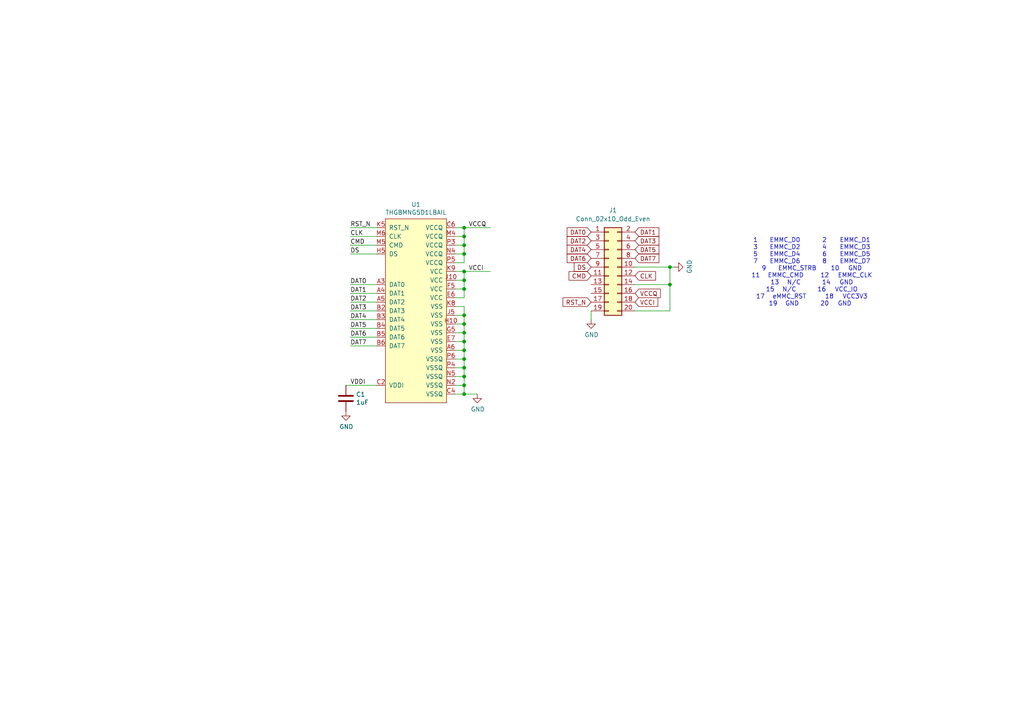
<source format=kicad_sch>
(kicad_sch (version 20231120) (generator "eeschema") (generator_version "8.0")
  (paper "A4")
  (lib_symbols
    (symbol "Connector_Generic:Conn_02x10_Odd_Even" (pin_names (offset 1.016) hide)
      (property "Reference" "J" (at 1.27 12.7 0))
      (property "Value" "Conn_02x10_Odd_Even" (at 1.27 -15.24 0))
      (symbol "Conn_02x10_Odd_Even_1_1"
        (rectangle (start -1.27 -12.573) (end 0 -12.827) (stroke (width 0.1524)))
        (rectangle (start -1.27 -10.033) (end 0 -10.287) (stroke (width 0.1524)))
        (rectangle (start -1.27 -7.493) (end 0 -7.747) (stroke (width 0.1524)))
        (rectangle (start -1.27 -4.953) (end 0 -5.207) (stroke (width 0.1524)))
        (rectangle (start -1.27 -2.413) (end 0 -2.667) (stroke (width 0.1524)))
        (rectangle (start -1.27 0.127) (end 0 -0.127) (stroke (width 0.1524)))
        (rectangle (start -1.27 2.667) (end 0 2.413) (stroke (width 0.1524)))
        (rectangle (start -1.27 5.207) (end 0 4.953) (stroke (width 0.1524)))
        (rectangle (start -1.27 7.747) (end 0 7.493) (stroke (width 0.1524)))
        (rectangle (start -1.27 10.287) (end 0 10.033) (stroke (width 0.1524)))
        (rectangle (start -1.27 11.43) (end 3.81 -13.97) (stroke (width 0.254)) (fill (type background)))
        (rectangle (start 3.81 -12.573) (end 2.54 -12.827) (stroke (width 0.1524)))
        (rectangle (start 3.81 -10.033) (end 2.54 -10.287) (stroke (width 0.1524)))
        (rectangle (start 3.81 -7.493) (end 2.54 -7.747) (stroke (width 0.1524)))
        (rectangle (start 3.81 -4.953) (end 2.54 -5.207) (stroke (width 0.1524)))
        (rectangle (start 3.81 -2.413) (end 2.54 -2.667) (stroke (width 0.1524)))
        (rectangle (start 3.81 0.127) (end 2.54 -0.127) (stroke (width 0.1524)))
        (rectangle (start 3.81 2.667) (end 2.54 2.413) (stroke (width 0.1524)))
        (rectangle (start 3.81 5.207) (end 2.54 4.953) (stroke (width 0.1524)))
        (rectangle (start 3.81 7.747) (end 2.54 7.493) (stroke (width 0.1524)))
        (rectangle (start 3.81 10.287) (end 2.54 10.033) (stroke (width 0.1524)))
        (pin passive line (at -5.08 10.16 0) (length 3.81) (name "Pin_1") (number "1"))
        (pin passive line (at 7.62 0 180) (length 3.81) (name "Pin_10") (number "10"))
        (pin passive line (at -5.08 -2.54 0) (length 3.81) (name "Pin_11") (number "11"))
        (pin passive line (at 7.62 -2.54 180) (length 3.81) (name "Pin_12") (number "12"))
        (pin passive line (at -5.08 -5.08 0) (length 3.81) (name "Pin_13") (number "13"))
        (pin passive line (at 7.62 -5.08 180) (length 3.81) (name "Pin_14") (number "14"))
        (pin passive line (at -5.08 -7.62 0) (length 3.81) (name "Pin_15") (number "15"))
        (pin passive line (at 7.62 -7.62 180) (length 3.81) (name "Pin_16") (number "16"))
        (pin passive line (at -5.08 -10.16 0) (length 3.81) (name "Pin_17") (number "17"))
        (pin passive line (at 7.62 -10.16 180) (length 3.81) (name "Pin_18") (number "18"))
        (pin passive line (at -5.08 -12.7 0) (length 3.81) (name "Pin_19") (number "19"))
        (pin passive line (at 7.62 10.16 180) (length 3.81) (name "Pin_2") (number "2"))
        (pin passive line (at 7.62 -12.7 180) (length 3.81) (name "Pin_20") (number "20"))
        (pin passive line (at -5.08 7.62 0) (length 3.81) (name "Pin_3") (number "3"))
        (pin passive line (at 7.62 7.62 180) (length 3.81) (name "Pin_4") (number "4"))
        (pin passive line (at -5.08 5.08 0) (length 3.81) (name "Pin_5") (number "5"))
        (pin passive line (at 7.62 5.08 180) (length 3.81) (name "Pin_6") (number "6"))
        (pin passive line (at -5.08 2.54 0) (length 3.81) (name "Pin_7") (number "7"))
        (pin passive line (at 7.62 2.54 180) (length 3.81) (name "Pin_8") (number "8"))
        (pin passive line (at -5.08 0 0) (length 3.81) (name "Pin_9") (number "9"))
      )
    )
    (symbol "Device:C" (pin_numbers hide) (pin_names (offset 0.254))
      (property "Reference" "C" (at 0.635 2.54 0))
      (property "Value" "C" (at 0.635 -2.54 0))
      (symbol "C_0_1"
        (polyline (pts (xy -2.032 -0.762) (xy 2.032 -0.762)) (stroke (width 0.508)))
        (polyline (pts (xy -2.032 0.762) (xy 2.032 0.762)) (stroke (width 0.508)))
      )
      (symbol "C_1_1"
        (pin passive line (at 0 3.81 270) (length 2.794) (name "~") (number "1"))
        (pin passive line (at 0 -3.81 90) (length 2.794) (name "~") (number "2"))
      )
    )
    (symbol "emmc-adapter-rescue:GND-power" (power) (pin_names (offset 0))
      (property "Value" "power_GND" (at 0 -3.81 0))
      (symbol "GND-power_0_1"
        (polyline (pts (xy 0 0) (xy 0 -1.27) (xy 1.27 -1.27) (xy 0 -2.54) (xy -1.27 -1.27) (xy 0 -1.27)))
      )
      (symbol "GND-power_1_1"
        (pin power_in line (at 0 0 270) (length 0) hide (name "GND") (number "1"))
      )
    )
    (symbol "emmc-adapter-rescue:THGBMNG5D1LBAIL-voltlog" (pin_names (offset 1.016))
      (property "Reference" "U" (at -7.62 26.67 0))
      (property "Value" "voltlog_THGBMNG5D1LBAIL" (at 7.62 26.67 0))
      (symbol "THGBMNG5D1LBAIL-voltlog_0_0"
        (pin power_in line (at 11.43 -12.7 180) (length 2.54) (name "VSS") (number "A6"))
      )
      (symbol "THGBMNG5D1LBAIL-voltlog_0_1"
        (rectangle (start -8.89 25.4) (end 8.89 -27.94) (fill (type background)))
      )
      (symbol "THGBMNG5D1LBAIL-voltlog_1_1"
        (pin bidirectional line (at -11.43 6.35 0) (length 2.54) (name "DAT0") (number "A3"))
        (pin bidirectional line (at -11.43 3.81 0) (length 2.54) (name "DAT1") (number "A4"))
        (pin bidirectional line (at -11.43 1.27 0) (length 2.54) (name "DAT2") (number "A5"))
        (pin bidirectional line (at -11.43 -1.27 0) (length 2.54) (name "DAT3") (number "B2"))
        (pin bidirectional line (at -11.43 -3.81 0) (length 2.54) (name "DAT4") (number "B3"))
        (pin bidirectional line (at -11.43 -6.35 0) (length 2.54) (name "DAT5") (number "B4"))
        (pin bidirectional line (at -11.43 -8.89 0) (length 2.54) (name "DAT6") (number "B5"))
        (pin bidirectional line (at -11.43 -11.43 0) (length 2.54) (name "DAT7") (number "B6"))
        (pin power_in line (at -11.43 -22.86 0) (length 2.54) (name "VDDI") (number "C2"))
        (pin power_in line (at 11.43 -25.4 180) (length 2.54) (name "VSSQ") (number "C4"))
        (pin power_in line (at 11.43 22.86 180) (length 2.54) (name "VCCQ") (number "C6"))
        (pin power_in line (at 11.43 2.54 180) (length 2.54) (name "VCC") (number "E6"))
        (pin power_in line (at 11.43 -10.16 180) (length 2.54) (name "VSS") (number "E7"))
        (pin power_in line (at 11.43 5.08 180) (length 2.54) (name "VCC") (number "F5"))
        (pin power_in line (at 11.43 -7.62 180) (length 2.54) (name "VSS") (number "G5"))
        (pin power_in line (at 11.43 -5.08 180) (length 2.54) (name "VSS") (number "H10"))
        (pin passive line (at -11.43 15.24 0) (length 2.54) (name "DS") (number "H5"))
        (pin power_in line (at 11.43 7.62 180) (length 2.54) (name "VCC") (number "J10"))
        (pin power_in line (at 11.43 -2.54 180) (length 2.54) (name "VSS") (number "J5"))
        (pin passive line (at -11.43 22.86 0) (length 2.54) (name "RST_N") (number "K5"))
        (pin power_in line (at 11.43 0 180) (length 2.54) (name "VSS") (number "K8"))
        (pin power_in line (at 11.43 10.16 180) (length 2.54) (name "VCC") (number "K9"))
        (pin power_in line (at 11.43 20.32 180) (length 2.54) (name "VCCQ") (number "M4"))
        (pin input line (at -11.43 17.78 0) (length 2.54) (name "CMD") (number "M5"))
        (pin input line (at -11.43 20.32 0) (length 2.54) (name "CLK") (number "M6"))
        (pin power_in line (at 11.43 -22.86 180) (length 2.54) (name "VSSQ") (number "N2"))
        (pin power_in line (at 11.43 15.24 180) (length 2.54) (name "VCCQ") (number "N4"))
        (pin power_in line (at 11.43 -20.32 180) (length 2.54) (name "VSSQ") (number "N5"))
        (pin power_in line (at 11.43 17.78 180) (length 2.54) (name "VCCQ") (number "P3"))
        (pin power_in line (at 11.43 -17.78 180) (length 2.54) (name "VSSQ") (number "P4"))
        (pin power_in line (at 11.43 12.7 180) (length 2.54) (name "VCCQ") (number "P5"))
        (pin power_in line (at 11.43 -15.24 180) (length 2.54) (name "VSSQ") (number "P6"))
      )
    )
  )
  (junction (at 134.62 96.52))
  (junction (at 134.62 83.82))
  (junction (at 194.31 77.47))
  (junction (at 134.62 91.44))
  (junction (at 134.62 93.98))
  (junction (at 194.31 82.55))
  (junction (at 134.62 101.6))
  (junction (at 134.62 66.04))
  (junction (at 134.62 106.68))
  (junction (at 134.62 81.28))
  (junction (at 134.62 71.12))
  (junction (at 134.62 99.06))
  (junction (at 134.62 111.76))
  (junction (at 134.62 109.22))
  (junction (at 134.62 104.14))
  (junction (at 134.62 73.66))
  (junction (at 134.62 78.74))
  (junction (at 134.62 68.58))
  (junction (at 134.62 114.3))
  (wire (pts (xy 132.08 106.68) (xy 134.62 106.68)))
  (wire (pts (xy 134.62 91.44) (xy 134.62 93.98)))
  (wire (pts (xy 134.62 114.3) (xy 132.08 114.3)))
  (wire (pts (xy 194.31 77.47) (xy 195.58 77.47)))
  (wire (pts (xy 132.08 68.58) (xy 134.62 68.58)))
  (wire (pts (xy 134.62 68.58) (xy 134.62 66.04)))
  (wire (pts (xy 132.08 101.6) (xy 134.62 101.6)))
  (wire (pts (xy 101.6 68.58) (xy 109.22 68.58)))
  (wire (pts (xy 134.62 78.74) (xy 142.24 78.74)))
  (wire (pts (xy 171.45 90.17) (xy 171.45 92.71)))
  (wire (pts (xy 184.15 82.55) (xy 194.31 82.55)))
  (wire (pts (xy 132.08 109.22) (xy 134.62 109.22)))
  (wire (pts (xy 101.6 87.63) (xy 109.22 87.63)))
  (wire (pts (xy 134.62 66.04) (xy 142.24 66.04)))
  (wire (pts (xy 132.08 71.12) (xy 134.62 71.12)))
  (wire (pts (xy 134.62 93.98) (xy 134.62 96.52)))
  (wire (pts (xy 134.62 106.68) (xy 134.62 109.22)))
  (wire (pts (xy 132.08 96.52) (xy 134.62 96.52)))
  (wire (pts (xy 194.31 77.47) (xy 194.31 82.55)))
  (wire (pts (xy 132.08 93.98) (xy 134.62 93.98)))
  (wire (pts (xy 184.15 90.17) (xy 194.31 90.17)))
  (wire (pts (xy 134.62 81.28) (xy 134.62 78.74)))
  (wire (pts (xy 132.08 73.66) (xy 134.62 73.66)))
  (wire (pts (xy 134.62 76.2) (xy 134.62 73.66)))
  (wire (pts (xy 132.08 88.9) (xy 134.62 88.9)))
  (wire (pts (xy 134.62 101.6) (xy 134.62 104.14)))
  (wire (pts (xy 134.62 73.66) (xy 134.62 71.12)))
  (wire (pts (xy 134.62 71.12) (xy 134.62 68.58)))
  (wire (pts (xy 101.6 95.25) (xy 109.22 95.25)))
  (wire (pts (xy 194.31 90.17) (xy 194.31 82.55)))
  (wire (pts (xy 132.08 83.82) (xy 134.62 83.82)))
  (wire (pts (xy 134.62 88.9) (xy 134.62 91.44)))
  (wire (pts (xy 132.08 81.28) (xy 134.62 81.28)))
  (wire (pts (xy 134.62 99.06) (xy 134.62 101.6)))
  (wire (pts (xy 101.6 66.04) (xy 109.22 66.04)))
  (wire (pts (xy 132.08 91.44) (xy 134.62 91.44)))
  (wire (pts (xy 132.08 78.74) (xy 134.62 78.74)))
  (wire (pts (xy 132.08 76.2) (xy 134.62 76.2)))
  (wire (pts (xy 101.6 97.79) (xy 109.22 97.79)))
  (wire (pts (xy 134.62 86.36) (xy 134.62 83.82)))
  (wire (pts (xy 101.6 82.55) (xy 109.22 82.55)))
  (wire (pts (xy 100.33 111.76) (xy 109.22 111.76)))
  (wire (pts (xy 134.62 109.22) (xy 134.62 111.76)))
  (wire (pts (xy 101.6 90.17) (xy 109.22 90.17)))
  (wire (pts (xy 134.62 66.04) (xy 132.08 66.04)))
  (wire (pts (xy 132.08 86.36) (xy 134.62 86.36)))
  (wire (pts (xy 132.08 104.14) (xy 134.62 104.14)))
  (wire (pts (xy 101.6 92.71) (xy 109.22 92.71)))
  (wire (pts (xy 101.6 73.66) (xy 109.22 73.66)))
  (wire (pts (xy 134.62 96.52) (xy 134.62 99.06)))
  (wire (pts (xy 101.6 100.33) (xy 109.22 100.33)))
  (wire (pts (xy 101.6 85.09) (xy 109.22 85.09)))
  (wire (pts (xy 132.08 99.06) (xy 134.62 99.06)))
  (wire (pts (xy 134.62 111.76) (xy 134.62 114.3)))
  (wire (pts (xy 132.08 111.76) (xy 134.62 111.76)))
  (wire (pts (xy 134.62 83.82) (xy 134.62 81.28)))
  (wire (pts (xy 101.6 71.12) (xy 109.22 71.12)))
  (wire (pts (xy 134.62 114.3) (xy 138.43 114.3)))
  (wire (pts (xy 184.15 77.47) (xy 194.31 77.47)))
  (wire (pts (xy 134.62 104.14) (xy 134.62 106.68)))
  (text "1 	EMMC_D0 	2 	EMMC_D1\n3 	EMMC_D2 	4 	EMMC_D3\n5 	EMMC_D4 	6 	EMMC_D5\n7 	EMMC_D6 	8 	EMMC_D7\n9 	EMMC_STRB 	10 	GND\n11 	EMMC_CMD 	12 	EMMC_CLK\n13 	N/C 	14 	GND\n15 	N/C 	16 	VCC_IO\n17 	eMMC_RST 	18 	VCC3V3\n19 	GND 	20 	GND " (at 235.458 78.994 0) (effects (font (size 1.27 1.27))))
  (label "DS" (at 101.6 73.66 0))
  (label "CLK" (at 101.6 68.58 0))
  (label "DAT6" (at 101.6 97.79 0))
  (label "DAT7" (at 101.6 100.33 0))
  (label "DAT2" (at 101.6 87.63 0))
  (label "VCCQ" (at 135.89 66.04 0))
  (label "DAT0" (at 101.6 82.55 0))
  (label "VDDI" (at 101.6 111.76 0))
  (label "DAT5" (at 101.6 95.25 0))
  (label "VCCI" (at 135.89 78.74 0))
  (label "RST_N" (at 101.6 66.04 0))
  (label "CMD" (at 101.6 71.12 0))
  (label "DAT3" (at 101.6 90.17 0))
  (label "DAT4" (at 101.6 92.71 0))
  (label "DAT1" (at 101.6 85.09 0))
  (global_label "DAT4" (shape input) (at 171.45 72.39 180) (property "Intersheetrefs" "${INTERSHEET_REFS}" (effects (hide yes))))
  (global_label "DAT6" (shape input) (at 171.45 74.93 180) (property "Intersheetrefs" "${INTERSHEET_REFS}" (effects (hide yes))))
  (global_label "RST_N" (shape input) (at 171.45 87.63 180) (property "Intersheetrefs" "${INTERSHEET_REFS}" (effects (hide yes))))
  (global_label "CMD" (shape input) (at 171.45 80.01 180) (property "Intersheetrefs" "${INTERSHEET_REFS}" (effects (hide yes))))
  (global_label "VCCQ" (shape input) (at 184.15 85.09 0) (property "Intersheetrefs" "${INTERSHEET_REFS}" (effects (hide yes))))
  (global_label "DAT0" (shape input) (at 171.45 67.31 180) (property "Intersheetrefs" "${INTERSHEET_REFS}" (effects (hide yes))))
  (global_label "DAT2" (shape input) (at 171.45 69.85 180) (property "Intersheetrefs" "${INTERSHEET_REFS}" (effects (hide yes))))
  (global_label "DAT7" (shape input) (at 184.15 74.93 0) (property "Intersheetrefs" "${INTERSHEET_REFS}" (effects (hide yes))))
  (global_label "DS" (shape input) (at 171.45 77.47 180) (property "Intersheetrefs" "${INTERSHEET_REFS}" (effects (hide yes))))
  (global_label "VCCI" (shape input) (at 184.15 87.63 0) (property "Intersheetrefs" "${INTERSHEET_REFS}" (effects (hide yes))))
  (global_label "DAT1" (shape input) (at 184.15 67.31 0) (property "Intersheetrefs" "${INTERSHEET_REFS}" (effects (hide yes))))
  (global_label "CLK" (shape input) (at 184.15 80.01 0) (property "Intersheetrefs" "${INTERSHEET_REFS}" (effects (hide yes))))
  (global_label "DAT5" (shape input) (at 184.15 72.39 0) (property "Intersheetrefs" "${INTERSHEET_REFS}" (effects (hide yes))))
  (global_label "DAT3" (shape input) (at 184.15 69.85 0) (property "Intersheetrefs" "${INTERSHEET_REFS}" (effects (hide yes))))
  (symbol (lib_id "emmc-adapter-rescue:THGBMNG5D1LBAIL-voltlog") (at 120.65 88.9 0) (unit 1)
    (property "Reference" "U1" (at 120.65 59.309 0))
    (property "Value" "THGBMNG5D1LBAIL" (at 120.65 61.6204 0))
    (property "Footprint" "danman:WFBGA153-flipped" (effects (hide yes)))
    (property "Datasheet" "https://datasheet.lcsc.com/szlcsc/1912111437_KIOXIA-THGBMDG5D1LBAIL_C391254.pdf" (effects (hide yes)))
  )
  (symbol (lib_id "Device:C") (at 100.33 115.57 0) (unit 1) (on_board no)
    (property "Reference" "C1" (at 103.251 114.4016 0) (effects (justify left)))
    (property "Value" "1uF" (at 103.251 116.713 0) (effects (justify left)))
    (property "Footprint" "Capacitor_SMD:C_0603_1608Metric" (effects (hide yes)))
  )
  (symbol (lib_id "emmc-adapter-rescue:GND-power") (at 100.33 119.38 0) (unit 1)
    (property "Reference" "#PWR01" (effects (hide yes)))
    (property "Value" "GND" (at 100.457 123.7742 0))
  )
  (symbol (lib_id "emmc-adapter-rescue:GND-power") (at 171.45 92.71 0) (unit 1)
    (property "Reference" "#PWR04" (effects (hide yes)))
    (property "Value" "GND" (at 171.577 97.1042 0))
  )
  (symbol (lib_id "emmc-adapter-rescue:GND-power") (at 138.43 114.3 0) (unit 1)
    (property "Reference" "#PWR02" (effects (hide yes)))
    (property "Value" "GND" (at 138.557 118.6942 0))
  )
  (symbol (lib_id "Connector_Generic:Conn_02x10_Odd_Even") (at 176.53 77.47 0) (unit 1)
    (property "Reference" "J1" (at 177.8 60.96 0))
    (property "Value" "Conn_02x10_Odd_Even" (at 177.8 63.5 0))
    (property "Footprint" "Connector_PinHeader_1.27mm:PinHeader_2x10_P1.27mm_Vertical_SMD" (effects (hide yes)))
    (property "Description" "Generic connector, double row, 02x10, odd/even pin numbering scheme (row 1 odd numbers, row 2 even numbers), script generated (kicad-library-utils/schlib/autogen/connector/)" (effects (hide yes)))
  )
  (symbol (lib_id "emmc-adapter-rescue:GND-power") (at 195.58 77.47 90) (unit 1)
    (property "Reference" "#PWR03" (effects (hide yes)))
    (property "Value" "GND" (at 199.9742 77.343 0))
  )
)
</source>
